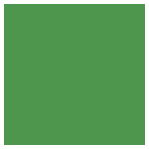
<source format=gbr>
G04 DipTrace 3.3.1.3*
G04 aydin_brd_outline.gbr*
%MOMM*%
G04 #@! TF.FileFunction,Drawing,Board polygon*
G04 #@! TF.Part,Single*
%FSLAX35Y35*%
G04*
G71*
G90*
G75*
G01*
G04 BoardPoly*
%LPD*%
G36*
X0Y1200000D2*
Y0D1*
X1200000D1*
Y1200000D1*
X0D1*
G37*
M02*

</source>
